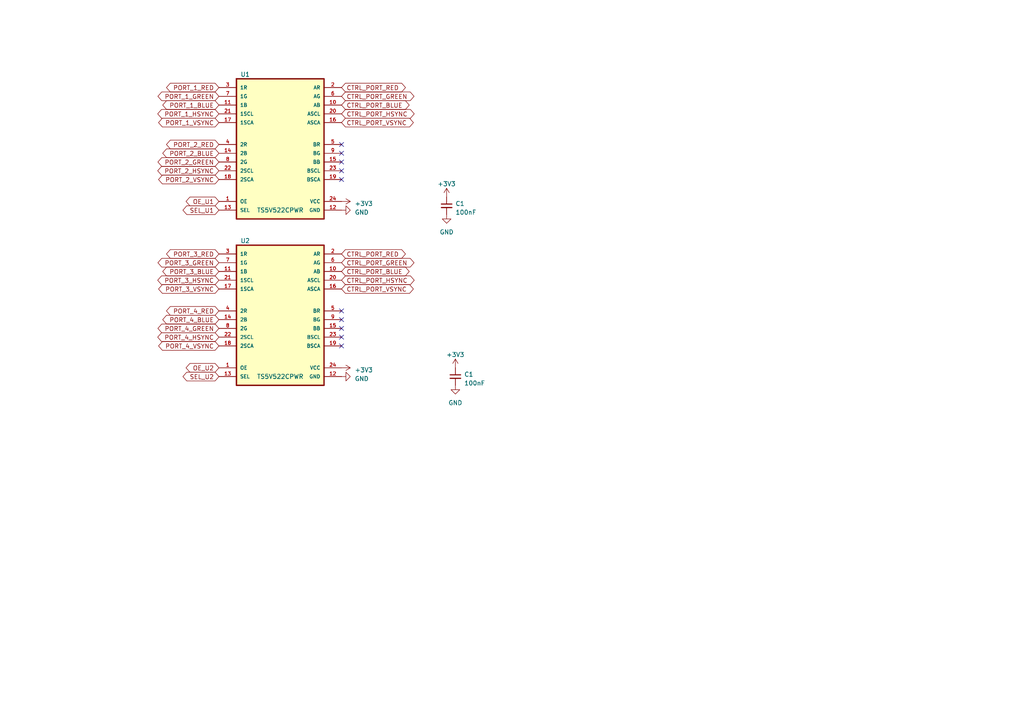
<source format=kicad_sch>
(kicad_sch (version 20230121) (generator eeschema)
  (paper "A4")
  (lib_symbols
    (symbol "Device:C_Small" (pin_numbers hide) (pin_names (offset 0.254) hide)
      (property "Reference" "C" (at 0.254 1.778 0))
      (property "Value" "C_Small" (at 0.254 -2.032 0))
      (symbol "C_Small_0_1"
        (polyline (pts (xy -1.524 -0.508) (xy 1.524 -0.508)) (stroke (width 0.3302)))
        (polyline (pts (xy -1.524 0.508) (xy 1.524 0.508)) (stroke (width 0.3048)))
      )
      (symbol "C_Small_1_1"
        (pin passive line (at 0 2.54 270) (length 2.032) (name "~") (number "1"))
        (pin passive line (at 0 -2.54 90) (length 2.032) (name "~") (number "2"))
      )
    )
    (symbol "GND_1" (power) (pin_names (offset 0))
      (property "Value" "GND_1" (at 0 -3.81 0))
      (symbol "GND_1_0_1"
        (polyline (pts (xy 0 0) (xy 0 -1.27) (xy 1.27 -1.27) (xy 0 -2.54) (xy -1.27 -1.27) (xy 0 -1.27)))
      )
      (symbol "GND_1_1_1"
        (pin power_in line (at 0 0 270) (length 0) hide (name "GND") (number "1"))
      )
    )
    (symbol "TS5V522CPWR:TS5V522CPWR" (pin_names (offset 1.016))
      (property "Reference" "U" (at -11.43 22.86 0))
      (property "Value" "TS5V522CPWR" (at -5.08 -21.59 0))
      (symbol "TS5V522CPWR_0_0"
        (rectangle (start -12.7 21.59) (end 12.7 -19.05) (stroke (width 0.41)) (fill (type background)))
        (pin bidirectional line (at -17.78 -13.97 0) (length 5.08) (name "OE") (number "1"))
        (pin bidirectional line (at 17.78 13.97 180) (length 5.08) (name "AB") (number "10"))
        (pin bidirectional line (at -17.78 13.97 0) (length 5.08) (name "1B") (number "11"))
        (pin power_in line (at 17.78 -16.51 180) (length 5.08) (name "GND") (number "12"))
        (pin bidirectional line (at -17.78 -16.51 0) (length 5.08) (name "SEL") (number "13"))
        (pin bidirectional line (at -17.78 0 0) (length 5.08) (name "2B") (number "14"))
        (pin bidirectional line (at 17.78 -2.54 180) (length 5.08) (name "BB") (number "15"))
        (pin bidirectional line (at 17.78 8.89 180) (length 5.08) (name "ASCA") (number "16"))
        (pin bidirectional line (at -17.78 8.89 0) (length 5.08) (name "1SCA") (number "17"))
        (pin bidirectional line (at -17.78 -7.62 0) (length 5.08) (name "2SCA") (number "18"))
        (pin bidirectional line (at 17.78 -7.62 180) (length 5.08) (name "BSCA") (number "19"))
        (pin bidirectional line (at 17.78 19.05 180) (length 5.08) (name "AR") (number "2"))
        (pin bidirectional line (at 17.78 11.43 180) (length 5.08) (name "ASCL") (number "20"))
        (pin bidirectional line (at -17.78 11.43 0) (length 5.08) (name "1SCL") (number "21"))
        (pin bidirectional line (at -17.78 -5.08 0) (length 5.08) (name "2SCL") (number "22"))
        (pin bidirectional line (at 17.78 -5.08 180) (length 5.08) (name "BSCL") (number "23"))
        (pin power_in line (at 17.78 -13.97 180) (length 5.08) (name "VCC") (number "24"))
        (pin bidirectional line (at -17.78 19.05 0) (length 5.08) (name "1R") (number "3"))
        (pin bidirectional line (at -17.78 2.54 0) (length 5.08) (name "2R") (number "4"))
        (pin bidirectional line (at 17.78 2.54 180) (length 5.08) (name "BR") (number "5"))
        (pin bidirectional line (at 17.78 16.51 180) (length 5.08) (name "AG") (number "6"))
        (pin bidirectional line (at -17.78 16.51 0) (length 5.08) (name "1G") (number "7"))
        (pin bidirectional line (at -17.78 -2.54 0) (length 5.08) (name "2G") (number "8"))
        (pin bidirectional line (at 17.78 0 180) (length 5.08) (name "BG") (number "9"))
      )
    )
    (symbol "power:+3V3" (power) (pin_names (offset 0))
      (property "Value" "+3V3" (at 0 3.556 0))
      (symbol "+3V3_0_1"
        (polyline (pts (xy -0.762 1.27) (xy 0 2.54)))
        (polyline (pts (xy 0 0) (xy 0 2.54)))
        (polyline (pts (xy 0 2.54) (xy 0.762 1.27)))
      )
      (symbol "+3V3_1_1"
        (pin power_in line (at 0 0 90) (length 0) hide (name "+3V3") (number "1"))
      )
    )
  )
  (no_connect (at 99.06 90.17))
  (no_connect (at 99.06 97.79))
  (no_connect (at 99.06 100.33))
  (no_connect (at 99.06 92.71))
  (no_connect (at 99.06 95.25))
  (no_connect (at 99.06 52.07))
  (no_connect (at 99.06 46.99))
  (no_connect (at 99.06 49.53))
  (no_connect (at 99.06 44.45))
  (no_connect (at 99.06 41.91))
  (global_label "CTRL_PORT_VSYNC" (shape bidirectional) (at 99.06 83.82 0) (property "Intersheetrefs" "${INTERSHEET_REFS}" (effects hide)))
  (global_label "CTRL_PORT_GREEN" (shape bidirectional) (at 99.06 76.2 0) (property "Intersheetrefs" "${INTERSHEET_REFS}" (effects hide)))
  (global_label "PORT_2_GREEN" (shape bidirectional) (at 63.5 46.99 180) (property "Intersheetrefs" "${INTERSHEET_REFS}" (effects hide)))
  (global_label "PORT_4_HSYNC" (shape bidirectional) (at 63.5 97.79 180) (property "Intersheetrefs" "${INTERSHEET_REFS}" (effects hide)))
  (global_label "PORT_1_GREEN" (shape bidirectional) (at 63.5 27.94 180) (property "Intersheetrefs" "${INTERSHEET_REFS}" (effects hide)))
  (global_label "CTRL_PORT_HSYNC" (shape bidirectional) (at 99.06 33.02 0) (property "Intersheetrefs" "${INTERSHEET_REFS}" (effects hide)))
  (global_label "PORT_3_GREEN" (shape bidirectional) (at 63.5 76.2 180) (property "Intersheetrefs" "${INTERSHEET_REFS}" (effects hide)))
  (global_label "CTRL_PORT_RED" (shape bidirectional) (at 99.06 25.4 0) (property "Intersheetrefs" "${INTERSHEET_REFS}" (effects hide)))
  (global_label "PORT_3_RED" (shape bidirectional) (at 63.5 73.66 180) (property "Intersheetrefs" "${INTERSHEET_REFS}" (effects hide)))
  (global_label "OE_U2" (shape bidirectional) (at 63.5 106.68 180) (property "Intersheetrefs" "${INTERSHEET_REFS}" (effects hide)))
  (global_label "PORT_1_HSYNC" (shape bidirectional) (at 63.5 33.02 180) (property "Intersheetrefs" "${INTERSHEET_REFS}" (effects hide)))
  (global_label "PORT_1_BLUE" (shape bidirectional) (at 63.5 30.48 180) (property "Intersheetrefs" "${INTERSHEET_REFS}" (effects hide)))
  (global_label "PORT_3_VSYNC" (shape bidirectional) (at 63.5 83.82 180) (property "Intersheetrefs" "${INTERSHEET_REFS}" (effects hide)))
  (global_label "CTRL_PORT_HSYNC" (shape bidirectional) (at 99.06 81.28 0) (property "Intersheetrefs" "${INTERSHEET_REFS}" (effects hide)))
  (global_label "PORT_3_BLUE" (shape bidirectional) (at 63.5 78.74 180) (property "Intersheetrefs" "${INTERSHEET_REFS}" (effects hide)))
  (global_label "PORT_2_BLUE" (shape bidirectional) (at 63.5 44.45 180) (property "Intersheetrefs" "${INTERSHEET_REFS}" (effects hide)))
  (global_label "PORT_1_RED" (shape bidirectional) (at 63.5 25.4 180) (property "Intersheetrefs" "${INTERSHEET_REFS}" (effects hide)))
  (global_label "PORT_4_GREEN" (shape bidirectional) (at 63.5 95.25 180) (property "Intersheetrefs" "${INTERSHEET_REFS}" (effects hide)))
  (global_label "PORT_4_BLUE" (shape bidirectional) (at 63.5 92.71 180) (property "Intersheetrefs" "${INTERSHEET_REFS}" (effects hide)))
  (global_label "CTRL_PORT_GREEN" (shape bidirectional) (at 99.06 27.94 0) (property "Intersheetrefs" "${INTERSHEET_REFS}" (effects hide)))
  (global_label "PORT_2_RED" (shape bidirectional) (at 63.5 41.91 180) (property "Intersheetrefs" "${INTERSHEET_REFS}" (effects hide)))
  (global_label "PORT_4_RED" (shape bidirectional) (at 63.5 90.17 180) (property "Intersheetrefs" "${INTERSHEET_REFS}" (effects hide)))
  (global_label "CTRL_PORT_BLUE" (shape bidirectional) (at 99.06 30.48 0) (property "Intersheetrefs" "${INTERSHEET_REFS}" (effects hide)))
  (global_label "CTRL_PORT_VSYNC" (shape bidirectional) (at 99.06 35.56 0) (property "Intersheetrefs" "${INTERSHEET_REFS}" (effects hide)))
  (global_label "PORT_2_HSYNC" (shape bidirectional) (at 63.5 49.53 180) (property "Intersheetrefs" "${INTERSHEET_REFS}" (effects hide)))
  (global_label "SEL_U2" (shape bidirectional) (at 63.5 109.22 180) (property "Intersheetrefs" "${INTERSHEET_REFS}" (effects hide)))
  (global_label "PORT_3_HSYNC" (shape bidirectional) (at 63.5 81.28 180) (property "Intersheetrefs" "${INTERSHEET_REFS}" (effects hide)))
  (global_label "CTRL_PORT_RED" (shape bidirectional) (at 99.06 73.66 0) (property "Intersheetrefs" "${INTERSHEET_REFS}" (effects hide)))
  (global_label "PORT_4_VSYNC" (shape bidirectional) (at 63.5 100.33 180) (property "Intersheetrefs" "${INTERSHEET_REFS}" (effects hide)))
  (global_label "OE_U1" (shape bidirectional) (at 63.5 58.42 180) (property "Intersheetrefs" "${INTERSHEET_REFS}" (effects hide)))
  (global_label "PORT_2_VSYNC" (shape bidirectional) (at 63.5 52.07 180) (property "Intersheetrefs" "${INTERSHEET_REFS}" (effects hide)))
  (global_label "SEL_U1" (shape bidirectional) (at 63.5 60.96 180) (property "Intersheetrefs" "${INTERSHEET_REFS}" (effects hide)))
  (global_label "CTRL_PORT_BLUE" (shape bidirectional) (at 99.06 78.74 0) (property "Intersheetrefs" "${INTERSHEET_REFS}" (effects hide)))
  (global_label "PORT_1_VSYNC" (shape bidirectional) (at 63.5 35.56 180) (property "Intersheetrefs" "${INTERSHEET_REFS}" (effects hide)))
  (symbol (lib_name "GND_1") (lib_id "power:GND") (at 99.06 109.22 90) (unit 1)
    (property "Reference" "#PWR07" (effects hide))
    (property "Value" "GND" (at 102.87 109.855 90) (effects (justify right)))
    (instances (project "VintageKVM" (path "" (reference "#PWR07") (unit 1)) (path "" (reference "#PWR0102") (unit 1))))
  )
  (symbol (lib_id "power:+3V3") (at 99.06 58.42 270) (unit 1)
    (property "Reference" "#PWR04" (effects hide))
    (property "Value" "+3V3" (at 102.87 59.055 90) (effects (justify left)))
    (instances (project "VintageKVM" (path "" (reference "#PWR04") (unit 1)) (path "" (reference "#PWR099") (unit 1))))
  )
  (symbol (lib_name "GND_1") (lib_id "power:GND") (at 132.08 111.76 0) (unit 1)
    (property "Reference" "#PWR05" (effects hide))
    (property "Value" "GND" (at 132.08 116.84 0))
    (instances (project "VintageKVM" (path "" (reference "#PWR05") (unit 1)) (path "" (reference "#PWR0106") (unit 1))))
  )
  (symbol (lib_id "power:+3V3") (at 99.06 106.68 270) (unit 1)
    (property "Reference" "#PWR06" (effects hide))
    (property "Value" "+3V3" (at 102.87 107.315 90) (effects (justify left)))
    (instances (project "VintageKVM" (path "" (reference "#PWR06") (unit 1)) (path "" (reference "#PWR0101") (unit 1))))
  )
  (symbol (lib_name "GND_1") (lib_id "power:GND") (at 129.54 62.23 0) (unit 1)
    (property "Reference" "#PWR05" (effects hide))
    (property "Value" "GND" (at 129.54 67.31 0))
    (instances (project "VintageKVM" (path "" (reference "#PWR05") (unit 1)) (path "" (reference "#PWR0104") (unit 1))))
  )
  (symbol (lib_id "Device:C_Small") (at 132.08 109.22 0) (unit 1)
    (property "Reference" "C1" (at 134.62 108.5913 0) (effects (justify left)))
    (property "Value" "100nF" (at 134.62 111.1313 0) (effects (justify left)))
    (property "Footprint" "Capacitor_SMD:C_0402_1005Metric" (effects hide))
    (property "LCSC" "C1525" (effects hide))
    (instances (project "VintageKVM" (path "" (reference "C1") (unit 1)) (path "" (reference "C2") (unit 1))))
  )
  (symbol (lib_id "power:+3V3") (at 132.08 106.68 0) (unit 1)
    (property "Reference" "#PWR04" (effects hide))
    (property "Value" "+3V3" (at 132.08 102.87 0))
    (instances (project "VintageKVM" (path "" (reference "#PWR04") (unit 1)) (path "" (reference "#PWR0105") (unit 1))))
  )
  (symbol (lib_id "power:+3V3") (at 129.54 57.15 0) (unit 1)
    (property "Reference" "#PWR04" (effects hide))
    (property "Value" "+3V3" (at 129.54 53.34 0))
    (instances (project "VintageKVM" (path "" (reference "#PWR04") (unit 1)) (path "" (reference "#PWR0103") (unit 1))))
  )
  (symbol (lib_id "TS5V522CPWR:TS5V522CPWR") (at 81.28 92.71 0) (unit 1)
    (property "Reference" "U2" (at 71.12 69.85 0))
    (property "Value" "TS5V522CPWR" (at 81.28 109.22 0))
    (property "Footprint" "SOP65P640X120-24N" (effects hide))
    (instances (project "VintageKVM" (path "" (reference "U2") (unit 1)) (path "" (reference "U3") (unit 1))))
  )
  (symbol (lib_id "TS5V522CPWR:TS5V522CPWR") (at 81.28 44.45 0) (unit 1)
    (property "Reference" "U1" (at 71.12 21.59 0))
    (property "Value" "TS5V522CPWR" (at 81.28 60.96 0))
    (property "Footprint" "SOP65P640X120-24N" (effects hide))
    (instances (project "VintageKVM" (path "" (reference "U1") (unit 1)) (path "" (reference "U2") (unit 1))))
  )
  (symbol (lib_name "GND_1") (lib_id "power:GND") (at 99.06 60.96 90) (unit 1)
    (property "Reference" "#PWR05" (effects hide))
    (property "Value" "GND" (at 102.87 61.595 90) (effects (justify right)))
    (instances (project "VintageKVM" (path "" (reference "#PWR05") (unit 1)) (path "" (reference "#PWR0100") (unit 1))))
  )
  (symbol (lib_id "Device:C_Small") (at 129.54 59.69 0) (unit 1)
    (property "Reference" "C1" (at 132.08 59.0613 0) (effects (justify left)))
    (property "Value" "100nF" (at 132.08 61.6013 0) (effects (justify left)))
    (property "Footprint" "Capacitor_SMD:C_0402_1005Metric" (effects hide))
    (property "LCSC" "C1525" (effects hide))
  )
)
</source>
